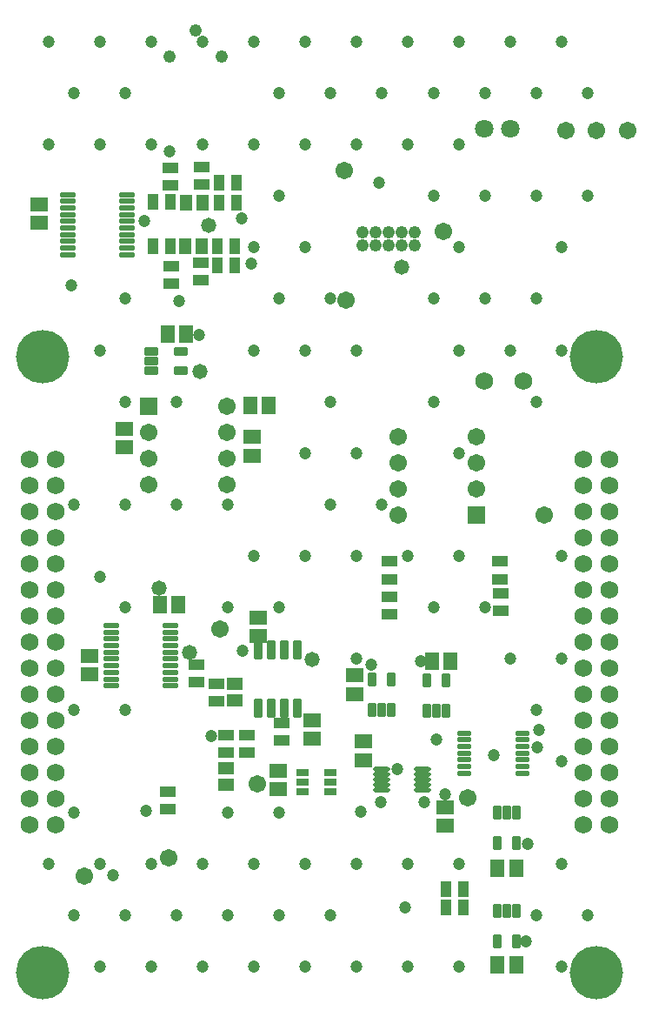
<source format=gbr>
G04 Layer_Color=8388736*
%FSLAX26Y26*%
%MOIN*%
%TF.FileFunction,Soldermask,Top*%
%TF.Part,Single*%
G01*
G75*
%TA.AperFunction,ComponentPad*%
%ADD42C,0.068000*%
%TA.AperFunction,SMDPad,CuDef*%
%ADD55R,0.041465X0.059181*%
%ADD56R,0.065087X0.053276*%
%ADD57R,0.053276X0.065087*%
G04:AMPARAMS|DCode=58|XSize=33.591mil|YSize=55.244mil|CornerRadius=5.919mil|HoleSize=0mil|Usage=FLASHONLY|Rotation=0.000|XOffset=0mil|YOffset=0mil|HoleType=Round|Shape=RoundedRectangle|*
%AMROUNDEDRECTD58*
21,1,0.033591,0.043406,0,0,0.0*
21,1,0.021752,0.055244,0,0,0.0*
1,1,0.011839,0.010876,-0.021703*
1,1,0.011839,-0.010876,-0.021703*
1,1,0.011839,-0.010876,0.021703*
1,1,0.011839,0.010876,0.021703*
%
%ADD58ROUNDEDRECTD58*%
G04:AMPARAMS|DCode=59|XSize=33.591mil|YSize=72.961mil|CornerRadius=5.919mil|HoleSize=0mil|Usage=FLASHONLY|Rotation=180.000|XOffset=0mil|YOffset=0mil|HoleType=Round|Shape=RoundedRectangle|*
%AMROUNDEDRECTD59*
21,1,0.033591,0.061122,0,0,180.0*
21,1,0.021752,0.072961,0,0,180.0*
1,1,0.011839,-0.010876,0.030561*
1,1,0.011839,0.010876,0.030561*
1,1,0.011839,0.010876,-0.030561*
1,1,0.011839,-0.010876,-0.030561*
%
%ADD59ROUNDEDRECTD59*%
%ADD60R,0.059181X0.041465*%
%ADD61O,0.063118X0.021779*%
%ADD62R,0.047370X0.031622*%
%ADD63R,0.045402X0.061150*%
%ADD64O,0.057213X0.021779*%
%ADD65O,0.065087X0.017843*%
G04:AMPARAMS|DCode=66|XSize=33.591mil|YSize=55.244mil|CornerRadius=5.919mil|HoleSize=0mil|Usage=FLASHONLY|Rotation=90.000|XOffset=0mil|YOffset=0mil|HoleType=Round|Shape=RoundedRectangle|*
%AMROUNDEDRECTD66*
21,1,0.033591,0.043406,0,0,90.0*
21,1,0.021752,0.055244,0,0,90.0*
1,1,0.011839,0.021703,0.010876*
1,1,0.011839,0.021703,-0.010876*
1,1,0.011839,-0.021703,-0.010876*
1,1,0.011839,-0.021703,0.010876*
%
%ADD66ROUNDEDRECTD66*%
%ADD67R,0.061150X0.045402*%
%TA.AperFunction,ComponentPad*%
%ADD68C,0.067055*%
%ADD69C,0.070992*%
%ADD70C,0.048000*%
%ADD71R,0.067055X0.067055*%
%TA.AperFunction,ViaPad*%
%ADD72C,0.204850*%
%ADD73C,0.047370*%
%ADD74C,0.058000*%
D42*
X848464Y-2244018D02*
D03*
Y-2144018D02*
D03*
Y-2044018D02*
D03*
Y-1944018D02*
D03*
Y-1844018D02*
D03*
Y-1744018D02*
D03*
Y-1644018D02*
D03*
Y-1544018D02*
D03*
Y-1444018D02*
D03*
Y-1344018D02*
D03*
Y-1244018D02*
D03*
Y-1144018D02*
D03*
Y-1044018D02*
D03*
Y-944018D02*
D03*
Y-844018D02*
D03*
X748464Y-2244018D02*
D03*
Y-2144018D02*
D03*
Y-2044018D02*
D03*
Y-1944018D02*
D03*
Y-1844018D02*
D03*
Y-1744018D02*
D03*
Y-1644018D02*
D03*
Y-1544018D02*
D03*
Y-1444018D02*
D03*
Y-1344018D02*
D03*
Y-1244018D02*
D03*
Y-1144018D02*
D03*
Y-1044018D02*
D03*
Y-944018D02*
D03*
Y-844018D02*
D03*
X-1377520D02*
D03*
Y-944018D02*
D03*
Y-1044018D02*
D03*
Y-1144018D02*
D03*
Y-1244018D02*
D03*
Y-1344018D02*
D03*
Y-1444018D02*
D03*
Y-1544018D02*
D03*
Y-1644018D02*
D03*
Y-1744018D02*
D03*
Y-1844018D02*
D03*
Y-1944018D02*
D03*
Y-2044018D02*
D03*
Y-2144018D02*
D03*
Y-2244018D02*
D03*
X-1277520Y-844018D02*
D03*
Y-944018D02*
D03*
Y-1044018D02*
D03*
Y-1144018D02*
D03*
Y-1244018D02*
D03*
Y-1344018D02*
D03*
Y-1444018D02*
D03*
Y-1544018D02*
D03*
Y-1644018D02*
D03*
Y-1744018D02*
D03*
Y-1844018D02*
D03*
Y-1944018D02*
D03*
Y-2044018D02*
D03*
Y-2144018D02*
D03*
Y-2244018D02*
D03*
X516142Y-543900D02*
D03*
X366536D02*
D03*
D55*
X-582535Y214000D02*
D03*
X-649465D02*
D03*
X-582535Y139000D02*
D03*
X-649465D02*
D03*
X-590535Y-28000D02*
D03*
X-657465D02*
D03*
X-656464Y-101000D02*
D03*
X-589536D02*
D03*
X-837536Y-29018D02*
D03*
X-904464D02*
D03*
X-903464Y139998D02*
D03*
X-836536D02*
D03*
X220000Y-2562522D02*
D03*
X286928D02*
D03*
Y-2492522D02*
D03*
X220000D02*
D03*
D56*
X-1146536Y-1597090D02*
D03*
Y-1667956D02*
D03*
X-131030Y-1744182D02*
D03*
Y-1673316D02*
D03*
X218466Y-2177090D02*
D03*
Y-2247956D02*
D03*
X-96306Y-1996844D02*
D03*
Y-1925978D02*
D03*
X-423306Y-2109638D02*
D03*
Y-2038772D02*
D03*
X-1012000Y-727568D02*
D03*
Y-798434D02*
D03*
X-522000Y-759568D02*
D03*
Y-830434D02*
D03*
X-1338000Y60360D02*
D03*
Y131226D02*
D03*
X-293416Y-1844678D02*
D03*
Y-1915546D02*
D03*
X-498416Y-1522748D02*
D03*
Y-1451882D02*
D03*
D57*
X488898Y-2782522D02*
D03*
X418032D02*
D03*
X488898Y-2412522D02*
D03*
X418032D02*
D03*
X237380Y-1617206D02*
D03*
X166514D02*
D03*
X-846432Y-364002D02*
D03*
X-775566D02*
D03*
X-876732Y-1402088D02*
D03*
X-805866D02*
D03*
X-458566Y-639002D02*
D03*
X-529432D02*
D03*
D58*
X490866Y-2574452D02*
D03*
X453464D02*
D03*
X416062D02*
D03*
Y-2690594D02*
D03*
X490866D02*
D03*
Y-2199452D02*
D03*
X453464D02*
D03*
X416062D02*
D03*
Y-2315594D02*
D03*
X490866D02*
D03*
X145970Y-1807384D02*
D03*
X183372D02*
D03*
X220772D02*
D03*
Y-1691242D02*
D03*
X145970D02*
D03*
X-64200Y-1805820D02*
D03*
X-26798D02*
D03*
X10602D02*
D03*
Y-1689678D02*
D03*
X-64200D02*
D03*
D59*
X-348030Y-1575528D02*
D03*
X-398030D02*
D03*
X-448030D02*
D03*
X-498030D02*
D03*
X-348030Y-1797970D02*
D03*
X-398030D02*
D03*
X-448030D02*
D03*
X-498030D02*
D03*
D60*
X4694Y-1437670D02*
D03*
Y-1370742D02*
D03*
X429694Y-1425670D02*
D03*
Y-1358742D02*
D03*
X426694Y-1303670D02*
D03*
Y-1236742D02*
D03*
X4694Y-1303670D02*
D03*
Y-1236742D02*
D03*
X-837000Y205536D02*
D03*
Y272464D02*
D03*
X-834000Y-171466D02*
D03*
Y-104538D02*
D03*
X-721000Y-92538D02*
D03*
Y-159466D02*
D03*
X-717000Y207536D02*
D03*
Y274464D02*
D03*
X-658416Y-1703852D02*
D03*
Y-1770780D02*
D03*
X-623306Y-1902742D02*
D03*
Y-1969670D02*
D03*
X-734562Y-1632376D02*
D03*
Y-1699306D02*
D03*
X-541306Y-1902742D02*
D03*
Y-1969670D02*
D03*
X-408416Y-1853852D02*
D03*
Y-1920780D02*
D03*
X-846534Y-2119058D02*
D03*
Y-2185986D02*
D03*
D61*
X-1061494Y-1482048D02*
D03*
Y-1507638D02*
D03*
Y-1533230D02*
D03*
Y-1558820D02*
D03*
Y-1584410D02*
D03*
Y-1610002D02*
D03*
Y-1635592D02*
D03*
Y-1661182D02*
D03*
Y-1686772D02*
D03*
Y-1712364D02*
D03*
X-835116Y-1482048D02*
D03*
Y-1507638D02*
D03*
Y-1533230D02*
D03*
Y-1558820D02*
D03*
Y-1584410D02*
D03*
Y-1610002D02*
D03*
Y-1635592D02*
D03*
Y-1661182D02*
D03*
Y-1686772D02*
D03*
Y-1712364D02*
D03*
X-1229166Y169612D02*
D03*
Y144022D02*
D03*
Y118432D02*
D03*
Y92840D02*
D03*
Y67250D02*
D03*
Y41660D02*
D03*
Y16070D02*
D03*
Y-9522D02*
D03*
Y-35112D02*
D03*
Y-60702D02*
D03*
X-1002788Y169612D02*
D03*
Y144022D02*
D03*
Y118432D02*
D03*
Y92840D02*
D03*
Y67250D02*
D03*
Y41660D02*
D03*
Y16070D02*
D03*
Y-9522D02*
D03*
Y-35112D02*
D03*
Y-60702D02*
D03*
D62*
X-330842Y-2044520D02*
D03*
Y-2081922D02*
D03*
Y-2119324D02*
D03*
X-222574D02*
D03*
Y-2081922D02*
D03*
Y-2044520D02*
D03*
D63*
X-775496Y138002D02*
D03*
X-712504D02*
D03*
X-780496Y-29000D02*
D03*
X-717504D02*
D03*
D64*
X291206Y-1893930D02*
D03*
Y-1919520D02*
D03*
Y-1945112D02*
D03*
Y-1970702D02*
D03*
Y-1996292D02*
D03*
Y-2021882D02*
D03*
Y-2047474D02*
D03*
X513646Y-1893930D02*
D03*
Y-1919520D02*
D03*
Y-1945112D02*
D03*
Y-1970702D02*
D03*
Y-1996292D02*
D03*
Y-2021882D02*
D03*
Y-2047474D02*
D03*
D65*
X131876Y-2110544D02*
D03*
Y-2090860D02*
D03*
Y-2071174D02*
D03*
Y-2051490D02*
D03*
Y-2031804D02*
D03*
X-27574Y-2110544D02*
D03*
Y-2090860D02*
D03*
Y-2071174D02*
D03*
Y-2051490D02*
D03*
Y-2031804D02*
D03*
D66*
X-911070Y-430600D02*
D03*
Y-468002D02*
D03*
Y-505404D02*
D03*
X-794928D02*
D03*
Y-430600D02*
D03*
D67*
X-588416Y-1768812D02*
D03*
Y-1705820D02*
D03*
X-622306Y-2029710D02*
D03*
Y-2092702D02*
D03*
D68*
X303465Y-2142522D02*
D03*
X598465Y-1057522D02*
D03*
X-170000Y260998D02*
D03*
X-1166535Y-2442522D02*
D03*
X680354Y415825D02*
D03*
X798465D02*
D03*
X916575D02*
D03*
X-841535Y-2372522D02*
D03*
X209000Y26998D02*
D03*
X-646307Y-1494207D02*
D03*
X-503307Y-2089207D02*
D03*
X-162000Y-235002D02*
D03*
X35716Y-757592D02*
D03*
Y-857592D02*
D03*
Y-957592D02*
D03*
Y-1057592D02*
D03*
X335716Y-757592D02*
D03*
Y-857592D02*
D03*
Y-957592D02*
D03*
X-619000Y-943002D02*
D03*
Y-843002D02*
D03*
Y-743002D02*
D03*
Y-643002D02*
D03*
X-919000Y-943002D02*
D03*
Y-843002D02*
D03*
Y-743002D02*
D03*
D69*
X467000Y419998D02*
D03*
X367000D02*
D03*
D70*
X-841000Y698998D02*
D03*
X-641000D02*
D03*
X-741000Y798998D02*
D03*
X100000Y25000D02*
D03*
Y-25000D02*
D03*
X50000Y25000D02*
D03*
Y-25000D02*
D03*
X0Y25000D02*
D03*
Y-25000D02*
D03*
X-50000Y25000D02*
D03*
Y-25000D02*
D03*
X-100000Y25000D02*
D03*
Y-25000D02*
D03*
D71*
X335716Y-1057592D02*
D03*
X-919000Y-643002D02*
D03*
D72*
X-1327520Y-2812522D02*
D03*
X798464D02*
D03*
X-1327520Y-450316D02*
D03*
X798464D02*
D03*
D73*
X-564000Y77000D02*
D03*
X137047Y-2158979D02*
D03*
X-107048Y-2194412D02*
D03*
X-28307Y-2158979D02*
D03*
X664496Y754298D02*
D03*
X762922Y557447D02*
D03*
Y163746D02*
D03*
X664496Y-33104D02*
D03*
Y-426805D02*
D03*
Y-1214206D02*
D03*
Y-1607907D02*
D03*
Y-2001608D02*
D03*
Y-2395309D02*
D03*
X762922Y-2592159D02*
D03*
X664496Y-2789010D02*
D03*
X467646Y754298D02*
D03*
X566071Y557447D02*
D03*
Y163746D02*
D03*
Y-229954D02*
D03*
X467646Y-426805D02*
D03*
X566071Y-623655D02*
D03*
X467646Y-1607907D02*
D03*
X566071Y-1804758D02*
D03*
Y-2592159D02*
D03*
X270796Y754298D02*
D03*
X369221Y557447D02*
D03*
X270796Y360597D02*
D03*
X369221Y163746D02*
D03*
X270796Y-33104D02*
D03*
X369221Y-229954D02*
D03*
X270796Y-426805D02*
D03*
Y-820506D02*
D03*
Y-1214206D02*
D03*
X369221Y-1411057D02*
D03*
X270796Y-2395309D02*
D03*
Y-2789010D02*
D03*
X73945Y754298D02*
D03*
X172370Y557447D02*
D03*
X73945Y360597D02*
D03*
X172370Y163746D02*
D03*
Y-229954D02*
D03*
Y-623655D02*
D03*
X73945Y-1214206D02*
D03*
X172370Y-1411057D02*
D03*
X73945Y-2395309D02*
D03*
Y-2789010D02*
D03*
X-122905Y754298D02*
D03*
X-24480Y557447D02*
D03*
X-122905Y360597D02*
D03*
Y-426805D02*
D03*
Y-820506D02*
D03*
X-24480Y-1017356D02*
D03*
X-122905Y-1214206D02*
D03*
Y-1607907D02*
D03*
Y-2395309D02*
D03*
Y-2789010D02*
D03*
X-319756Y754298D02*
D03*
X-221330Y557447D02*
D03*
X-319756Y360597D02*
D03*
Y-33104D02*
D03*
X-221330Y-229954D02*
D03*
X-319756Y-426805D02*
D03*
X-221330Y-623655D02*
D03*
X-319756Y-820506D02*
D03*
X-221330Y-1017356D02*
D03*
X-319756Y-1214206D02*
D03*
Y-2395309D02*
D03*
X-221330Y-2592159D02*
D03*
X-319756Y-2789010D02*
D03*
X-516606Y754298D02*
D03*
X-418181Y557447D02*
D03*
X-516606Y360597D02*
D03*
X-418181Y163746D02*
D03*
X-516606Y-33104D02*
D03*
X-418181Y-229954D02*
D03*
X-516606Y-426805D02*
D03*
Y-1214206D02*
D03*
X-418181Y-1411057D02*
D03*
Y-2198458D02*
D03*
X-516606Y-2395309D02*
D03*
X-418181Y-2592159D02*
D03*
X-516606Y-2789010D02*
D03*
X-713456Y754298D02*
D03*
Y360597D02*
D03*
X-615031Y-1017356D02*
D03*
Y-1411057D02*
D03*
Y-2198458D02*
D03*
X-713456Y-2395309D02*
D03*
X-615031Y-2592159D02*
D03*
X-713456Y-2789010D02*
D03*
X-910307Y754298D02*
D03*
Y360597D02*
D03*
X-811882Y-623655D02*
D03*
Y-1017356D02*
D03*
X-910307Y-2395309D02*
D03*
X-811882Y-2592159D02*
D03*
X-910307Y-2789010D02*
D03*
X-1107157Y754298D02*
D03*
X-1008732Y557447D02*
D03*
X-1107157Y360597D02*
D03*
X-1008732Y-229954D02*
D03*
X-1107157Y-426805D02*
D03*
X-1008732Y-623655D02*
D03*
Y-1017356D02*
D03*
Y-1411057D02*
D03*
Y-1804758D02*
D03*
X-1107157Y-2395309D02*
D03*
X-1008732Y-2592159D02*
D03*
X-1107157Y-2789010D02*
D03*
X-1304008Y754298D02*
D03*
X-1205582Y557447D02*
D03*
X-1304008Y360597D02*
D03*
X-1205582Y-1017356D02*
D03*
Y-1804758D02*
D03*
Y-2198458D02*
D03*
X-1304008Y-2395309D02*
D03*
X-1205582Y-2592159D02*
D03*
X63464Y-2562522D02*
D03*
X528464Y-2692522D02*
D03*
X533464Y-2317522D02*
D03*
X218464Y-2127522D02*
D03*
X578464Y-1882522D02*
D03*
X183464Y-1917522D02*
D03*
X403464Y-1977522D02*
D03*
X-1056536Y-2437522D02*
D03*
X-726536Y-367522D02*
D03*
X-936536Y67478D02*
D03*
X-1106416Y-1295316D02*
D03*
X-525110Y-93892D02*
D03*
X-558416Y-1577316D02*
D03*
X124592Y-1619842D02*
D03*
X34836Y-2031206D02*
D03*
X571694Y-1947206D02*
D03*
X-1215000Y-180002D02*
D03*
X-64616Y-1632206D02*
D03*
X-840000Y334998D02*
D03*
X-803000Y-238002D02*
D03*
X-37494Y214998D02*
D03*
X-679306Y-1904206D02*
D03*
X-929518Y-2191042D02*
D03*
D74*
X50000Y-107040D02*
D03*
X-881110Y-1337112D02*
D03*
X-764110Y-1584410D02*
D03*
X-723000Y-507002D02*
D03*
X-293306Y-1612206D02*
D03*
X-688000Y52998D02*
D03*
%TF.MD5,611d6769abca54f8ccd8d8fba9f1eaac*%
M02*

</source>
